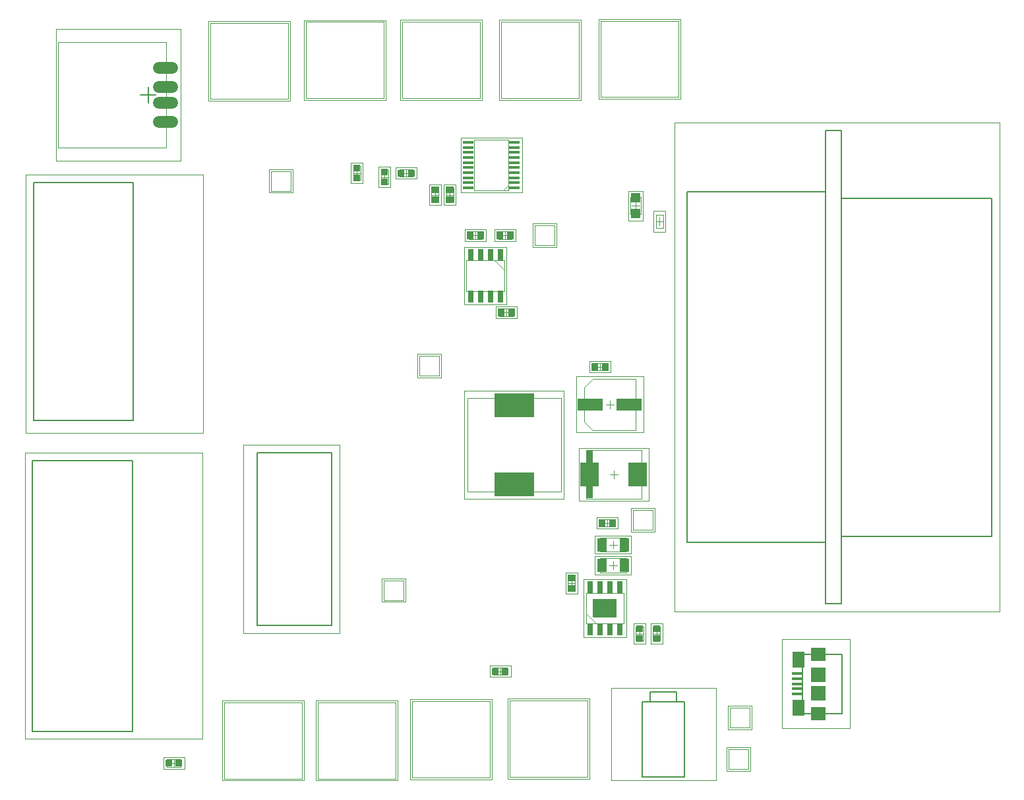
<source format=gtp>
G04*
G04 #@! TF.GenerationSoftware,Altium Limited,Altium Designer,21.0.9 (235)*
G04*
G04 Layer_Color=8421504*
%FSLAX25Y25*%
%MOIN*%
G70*
G04*
G04 #@! TF.SameCoordinates,FB9C7817-38CD-48DC-A3D4-53DF82CEFDAB*
G04*
G04*
G04 #@! TF.FilePolarity,Positive*
G04*
G01*
G75*
%ADD10C,0.00787*%
%ADD11C,0.00394*%
%ADD14R,0.03765X0.24488*%
%ADD15C,0.00197*%
%ADD16R,0.03347X0.03740*%
%ADD17R,0.04724X0.04724*%
%ADD18R,0.05315X0.01575*%
%ADD19R,0.06299X0.08268*%
%ADD20R,0.07480X0.07087*%
%ADD21R,0.07480X0.07480*%
%ADD22R,0.12598X0.06299*%
%ADD23R,0.03543X0.03937*%
%ADD24R,0.20079X0.12402*%
%ADD25O,0.12795X0.05906*%
%ADD26R,0.03740X0.03347*%
%ADD27R,0.03937X0.03543*%
%ADD28R,0.05118X0.07087*%
%ADD29R,0.12205X0.09449*%
%ADD30R,0.02559X0.06004*%
%ADD31R,0.02559X0.05906*%
%ADD32R,0.05807X0.01772*%
%ADD33R,0.09646X0.12402*%
D10*
X294807Y45937D02*
Y50937D01*
X308193D01*
Y45937D02*
Y50937D01*
X294807Y45937D02*
X308193D01*
X290870Y8142D02*
Y45937D01*
Y8142D02*
X312130D01*
Y45937D01*
X290870D02*
X312130D01*
X371826Y40115D02*
Y70036D01*
X391708D01*
Y40115D02*
Y70036D01*
X371826Y40115D02*
X391708D01*
X33516Y188193D02*
Y308665D01*
X-16878Y188193D02*
X33516D01*
X-16878D02*
Y308665D01*
X33516D01*
X313504Y126673D02*
Y303839D01*
X383583D01*
Y126673D02*
Y303839D01*
X313504Y126673D02*
X383583D01*
Y95571D02*
Y126673D01*
Y95571D02*
X391457D01*
Y334941D01*
X383583D02*
X391457D01*
X383583Y303839D02*
Y334941D01*
X391457Y129823D02*
X467441D01*
Y300689D01*
X391457D02*
X467441D01*
X96025Y172130D02*
X133820D01*
Y84728D02*
Y172130D01*
X96025Y84728D02*
X133820D01*
X96025D02*
Y172130D01*
X-17421Y168127D02*
X32972D01*
X-17421Y31119D02*
Y168127D01*
Y31119D02*
X32972D01*
Y168127D01*
X37063Y353000D02*
X44937D01*
X41000Y349063D02*
Y356937D01*
D11*
X57445Y13130D02*
Y16870D01*
X50555Y13130D02*
Y16870D01*
Y13130D02*
X57445D01*
X50555Y16870D02*
X57445D01*
X215555Y59630D02*
Y63370D01*
X222445Y59630D02*
Y63370D01*
X215555D02*
X222445D01*
X215555Y59630D02*
X222445D01*
X263165Y8004D02*
Y46587D01*
X223795D02*
X263165D01*
X223795Y8004D02*
Y46587D01*
Y8004D02*
X263165D01*
X213665Y7658D02*
Y46240D01*
X174295D02*
X213665D01*
X174295Y7658D02*
Y46240D01*
Y7658D02*
X213665D01*
X166130Y7158D02*
Y45740D01*
X126760D02*
X166130D01*
X126760Y7158D02*
Y45740D01*
Y7158D02*
X166130D01*
X118665D02*
Y45740D01*
X79295D02*
X118665D01*
X79295Y7158D02*
Y45740D01*
Y7158D02*
X118665D01*
X290158Y292669D02*
Y301331D01*
X284842Y292669D02*
Y301331D01*
X290158D01*
X284842Y292669D02*
X290158D01*
X236500Y277000D02*
Y287000D01*
X246500D01*
Y277000D02*
Y287000D01*
X236500Y277000D02*
X246500D01*
X286000Y133000D02*
Y143000D01*
X296000D01*
Y133000D02*
Y143000D01*
X286000Y133000D02*
X296000D01*
X178000Y211000D02*
Y221000D01*
X188000D01*
Y211000D02*
Y221000D01*
X178000Y211000D02*
X188000D01*
X334500Y12000D02*
Y22000D01*
X344500D01*
Y12000D02*
Y22000D01*
X334500Y12000D02*
X344500D01*
X103000Y304500D02*
Y314500D01*
X113000D01*
Y304500D02*
Y314500D01*
X103000Y304500D02*
X113000D01*
X160000Y97500D02*
Y107500D01*
X170000D01*
Y97500D02*
Y107500D01*
X160000Y97500D02*
X170000D01*
X335000Y33000D02*
Y43000D01*
X345000D01*
Y33000D02*
Y43000D01*
X335000Y33000D02*
X345000D01*
X72335Y350913D02*
Y389496D01*
Y350913D02*
X111705D01*
Y389496D01*
X72335D02*
X111705D01*
X120835Y351260D02*
Y389843D01*
Y351260D02*
X160205D01*
Y389843D01*
X120835D02*
X160205D01*
X169335Y351413D02*
Y389996D01*
Y351413D02*
X208705D01*
Y389996D01*
X169335D02*
X208705D01*
X219335Y351413D02*
Y389996D01*
Y351413D02*
X258705D01*
Y389996D01*
X219335D02*
X258705D01*
X269870Y351913D02*
Y390496D01*
Y351913D02*
X309240D01*
Y390496D01*
X269870D02*
X309240D01*
X261445Y205025D02*
X265776Y209355D01*
X287429D01*
Y183371D02*
Y209355D01*
X265776Y183371D02*
X287429D01*
X261445Y187702D02*
X265776Y183371D01*
X261445Y187702D02*
Y205025D01*
X266055Y217370D02*
X272945D01*
X266055Y213630D02*
X272945D01*
X266055D02*
Y217370D01*
X272945Y213630D02*
Y217370D01*
X202378Y152378D02*
X249622D01*
Y199622D01*
X202378D02*
X249622D01*
X202378Y152378D02*
Y199622D01*
X50055Y326425D02*
Y379575D01*
X-4669D02*
X50055D01*
X-4669Y326425D02*
X50055D01*
X-4669D02*
Y379575D01*
X287567Y77055D02*
Y83945D01*
X291307Y77055D02*
Y83945D01*
X287567Y77055D02*
X291307D01*
X287567Y83945D02*
X291307D01*
X299870Y77055D02*
Y83945D01*
X296130Y77055D02*
Y83945D01*
X299870D01*
X296130Y77055D02*
X299870D01*
X253130Y102555D02*
Y109445D01*
X256870Y102555D02*
Y109445D01*
X253130Y102555D02*
X256870D01*
X253130Y109445D02*
X256870D01*
X282693Y121957D02*
Y129043D01*
X269307Y121957D02*
Y129043D01*
Y121957D02*
X282693D01*
X269307Y129043D02*
X282693D01*
Y111457D02*
Y118543D01*
X269307Y111457D02*
Y118543D01*
Y111457D02*
X282693D01*
X269307Y118543D02*
X282693D01*
X262291Y90512D02*
X267291Y85512D01*
X262291D02*
X281583D01*
Y100866D01*
X262291D02*
X281583D01*
X262291Y85512D02*
Y100866D01*
X269555Y138370D02*
X276445D01*
X269555Y134630D02*
X276445D01*
X269555D02*
Y138370D01*
X276445Y134630D02*
Y138370D01*
X301370Y285555D02*
Y292445D01*
X297630Y285555D02*
Y292445D01*
Y285555D02*
X301370D01*
X297630Y292445D02*
X301370D01*
X218055Y283870D02*
X224945D01*
X218055Y280130D02*
X224945D01*
X218055D02*
Y283870D01*
X224945Y280130D02*
Y283870D01*
X195370Y299055D02*
Y305945D01*
X191630Y299055D02*
Y305945D01*
X195370D01*
X191630Y299055D02*
X195370D01*
X187870D02*
Y305945D01*
X184130Y299055D02*
Y305945D01*
X187870D01*
X184130Y299055D02*
X187870D01*
X168055Y311630D02*
X174945D01*
X168055Y315370D02*
X174945D01*
Y311630D02*
Y315370D01*
X168055Y311630D02*
Y315370D01*
X218555Y244870D02*
X225445D01*
X218555Y241130D02*
X225445D01*
X218555D02*
Y244870D01*
X225445Y241130D02*
Y244870D01*
X216146Y269177D02*
X221146Y264177D01*
X201854Y269177D02*
X221146D01*
X201854Y253823D02*
Y269177D01*
Y253823D02*
X221146D01*
Y269177D01*
X220602Y304705D02*
X223161Y307264D01*
Y304705D02*
Y330295D01*
X205839D02*
X223161D01*
X205839Y304705D02*
Y330295D01*
Y304705D02*
X223161D01*
X203055Y283870D02*
X209945D01*
X203055Y280130D02*
X209945D01*
X203055D02*
Y283870D01*
X209945Y280130D02*
Y283870D01*
X162370Y308055D02*
Y314945D01*
X158630Y308055D02*
Y314945D01*
X162370D01*
X158630Y308055D02*
X162370D01*
X148370Y310055D02*
Y316945D01*
X144630Y310055D02*
Y316945D01*
X148370D01*
X144630Y310055D02*
X148370D01*
X262366Y173244D02*
X290358D01*
X262366Y148756D02*
X290358D01*
X262366D02*
Y173244D01*
X290358Y148756D02*
Y173244D01*
X52130Y15000D02*
X55870D01*
X54000Y13130D02*
Y16870D01*
X217130Y61500D02*
X220870D01*
X219000Y59630D02*
Y63370D01*
X285531Y297000D02*
X289469D01*
X287500Y295031D02*
Y298969D01*
X275024Y6173D02*
Y52905D01*
Y6173D02*
X327976D01*
Y52905D01*
X275024D02*
X327976D01*
X361346Y32635D02*
Y77517D01*
X395645D01*
Y32635D02*
Y77517D01*
X361346Y32635D02*
X395645D01*
X68902Y181894D02*
Y312602D01*
X-20815Y181894D02*
X68902D01*
X-20815D02*
Y312602D01*
X68902D01*
X307205Y91634D02*
Y338878D01*
X471378D01*
Y91634D02*
Y338878D01*
X307205Y91634D02*
X471378D01*
X272468Y196363D02*
X276406D01*
X274437Y194395D02*
Y198332D01*
X269500Y213630D02*
Y217370D01*
X267630Y215500D02*
X271370D01*
X89135Y176067D02*
X137758D01*
X89135Y80791D02*
Y176067D01*
Y80791D02*
X137758D01*
Y176067D01*
X-21358Y172064D02*
X68358D01*
X-21358Y27182D02*
Y172064D01*
Y27182D02*
X68358D01*
Y172064D01*
X287567Y80500D02*
X291307D01*
X289437Y78630D02*
Y82370D01*
X296130Y80500D02*
X299870D01*
X298000Y78630D02*
Y82370D01*
X253130Y106000D02*
X256870D01*
X255000Y104130D02*
Y107870D01*
X274031Y125500D02*
X277969D01*
X276000Y123531D02*
Y127469D01*
X274031Y115000D02*
X277969D01*
X276000Y113031D02*
Y116969D01*
X273000Y134630D02*
Y138370D01*
X271130Y136500D02*
X274870D01*
X297630Y289000D02*
X301370D01*
X299500Y287130D02*
Y290870D01*
X221500Y280130D02*
Y283870D01*
X219630Y282000D02*
X223370D01*
X191630Y302500D02*
X195370D01*
X193500Y300630D02*
Y304370D01*
X184130Y302500D02*
X187870D01*
X186000Y300630D02*
Y304370D01*
X171500Y311630D02*
Y315370D01*
X169630Y313500D02*
X173370D01*
X222000Y241130D02*
Y244870D01*
X220130Y243000D02*
X223870D01*
X206500Y280130D02*
Y283870D01*
X204630Y282000D02*
X208370D01*
X158630Y311500D02*
X162370D01*
X160500Y309630D02*
Y313370D01*
X144630Y313500D02*
X148370D01*
X146500Y311630D02*
Y315370D01*
X276362Y159031D02*
Y162969D01*
X274394Y161000D02*
X278331D01*
D14*
X264249D02*
D03*
D15*
X59315Y12047D02*
Y17953D01*
X48685Y12047D02*
Y17953D01*
Y12047D02*
X59315D01*
X48685Y17953D02*
X59315D01*
X213685Y58547D02*
Y64453D01*
X224315Y58547D02*
Y64453D01*
X213685D02*
X224315D01*
X213685Y58547D02*
X224315D01*
X264150Y7020D02*
Y47571D01*
X222811D02*
X264150D01*
X222811Y7020D02*
Y47571D01*
Y7020D02*
X264150D01*
X214650Y6673D02*
Y47224D01*
X173311D02*
X214650D01*
X173311Y6673D02*
Y47224D01*
Y6673D02*
X214650D01*
X167114Y6173D02*
Y46724D01*
X125776D02*
X167114D01*
X125776Y6173D02*
Y46724D01*
Y6173D02*
X167114D01*
X119650D02*
Y46724D01*
X78311D02*
X119650D01*
X78311Y6173D02*
Y46724D01*
Y6173D02*
X119650D01*
X291240Y289500D02*
Y304500D01*
X283760Y289500D02*
Y304500D01*
X291240D01*
X283760Y289500D02*
X291240D01*
X235516Y276016D02*
Y287984D01*
X247484D01*
Y276016D02*
Y287984D01*
X235516Y276016D02*
X247484D01*
X285016Y132016D02*
Y143984D01*
X296984D01*
Y132016D02*
Y143984D01*
X285016Y132016D02*
X296984D01*
X177016Y210016D02*
Y221984D01*
X188984D01*
Y210016D02*
Y221984D01*
X177016Y210016D02*
X188984D01*
X333516Y11016D02*
Y22984D01*
X345484D01*
Y11016D02*
Y22984D01*
X333516Y11016D02*
X345484D01*
X102016Y303516D02*
Y315484D01*
X113984D01*
Y303516D02*
Y315484D01*
X102016Y303516D02*
X113984D01*
X159016Y96516D02*
Y108484D01*
X170984D01*
Y96516D02*
Y108484D01*
X159016Y96516D02*
X170984D01*
X334016Y32016D02*
Y43984D01*
X345984D01*
Y32016D02*
Y43984D01*
X334016Y32016D02*
X345984D01*
X71350Y349929D02*
Y390480D01*
Y349929D02*
X112689D01*
Y390480D01*
X71350D02*
X112689D01*
X119850Y350276D02*
Y390827D01*
Y350276D02*
X161189D01*
Y390827D01*
X119850D02*
X161189D01*
X168350Y350429D02*
Y390980D01*
Y350429D02*
X209689D01*
Y390980D01*
X168350D02*
X209689D01*
X218350Y350429D02*
Y390980D01*
Y350429D02*
X259689D01*
Y390980D01*
X218350D02*
X259689D01*
X268886Y350929D02*
Y391480D01*
Y350929D02*
X310224D01*
Y391480D01*
X268886D02*
X310224D01*
X257508Y182190D02*
Y210537D01*
X291366Y182190D02*
Y210537D01*
X257508D02*
X291366D01*
X257508Y182190D02*
X291366D01*
X264185Y218453D02*
X274815D01*
X264185Y212547D02*
X274815D01*
X264185D02*
Y218453D01*
X274815Y212547D02*
Y218453D01*
X200803Y148736D02*
X251197D01*
Y203264D01*
X200803D02*
X251197D01*
X200803Y148736D02*
Y203264D01*
X-5457Y319535D02*
Y386465D01*
X57535D02*
X57535Y319535D01*
X-5457D02*
X57535D01*
X-5457Y386465D02*
X57535D01*
X286484Y75185D02*
Y85815D01*
X292390Y75185D02*
Y85815D01*
X286484Y75185D02*
X292390D01*
X286484Y85815D02*
X292390D01*
X300953Y75185D02*
Y85815D01*
X295047Y75185D02*
Y85815D01*
X300953D01*
X295047Y75185D02*
X300953D01*
X252047Y100685D02*
Y111315D01*
X257953Y100685D02*
Y111315D01*
X252047Y100685D02*
X257953D01*
X252047Y111315D02*
X257953D01*
X285252Y120972D02*
Y130028D01*
X266748Y120972D02*
Y130028D01*
Y120972D02*
X285252D01*
X266748Y130028D02*
X285252D01*
Y110472D02*
Y119528D01*
X266748Y110472D02*
Y119528D01*
Y110472D02*
X285252D01*
X266748Y119528D02*
X285252D01*
X261110Y78524D02*
X282764D01*
Y107854D01*
X261110D02*
X282764D01*
X261110Y78524D02*
Y107854D01*
X267685Y139453D02*
X278315D01*
X267685Y133547D02*
X278315D01*
X267685D02*
Y139453D01*
X278315Y133547D02*
Y139453D01*
X302453Y283685D02*
Y294315D01*
X296547Y283685D02*
Y294315D01*
Y283685D02*
X302453D01*
X296547Y294315D02*
X302453D01*
X216185Y284953D02*
X226815D01*
X216185Y279047D02*
X226815D01*
X216185D02*
Y284953D01*
X226815Y279047D02*
Y284953D01*
X196453Y297185D02*
Y307815D01*
X190547Y297185D02*
Y307815D01*
X196453D01*
X190547Y297185D02*
X196453D01*
X188953D02*
Y307815D01*
X183047Y297185D02*
Y307815D01*
X188953D01*
X183047Y297185D02*
X188953D01*
X166185Y310547D02*
X176815D01*
X166185Y316453D02*
X176815D01*
Y310547D02*
Y316453D01*
X166185Y310547D02*
Y316453D01*
X216685Y245953D02*
X227315D01*
X216685Y240047D02*
X227315D01*
X216685D02*
Y245953D01*
X227315Y240047D02*
Y245953D01*
X200870Y276067D02*
X222130D01*
X200870Y246933D02*
Y276067D01*
Y246933D02*
X222130D01*
Y276067D01*
X229953Y303524D02*
Y331476D01*
X199047D02*
X229953D01*
X199047Y303524D02*
Y331476D01*
Y303524D02*
X229953D01*
X201185Y284953D02*
X211815D01*
X201185Y279047D02*
X211815D01*
X201185D02*
Y284953D01*
X211815Y279047D02*
Y284953D01*
X163453Y306185D02*
Y316815D01*
X157547Y306185D02*
Y316815D01*
X163453D01*
X157547Y306185D02*
X163453D01*
X149453Y308185D02*
Y318815D01*
X143547Y308185D02*
Y318815D01*
X149453D01*
X143547Y308185D02*
X149453D01*
X258646Y174386D02*
X294079D01*
X258646Y147614D02*
X294079D01*
X258646D02*
Y174386D01*
X294079Y147614D02*
Y174386D01*
D16*
X56559Y15000D02*
D03*
X51441D02*
D03*
X216441Y61500D02*
D03*
X221559D02*
D03*
X174059Y313500D02*
D03*
X168941D02*
D03*
D17*
X287500Y301134D02*
D03*
Y292866D02*
D03*
D18*
X369172Y49957D02*
D03*
Y52517D02*
D03*
Y55076D02*
D03*
Y57635D02*
D03*
Y60194D02*
D03*
D19*
X369665Y42871D02*
D03*
Y67280D02*
D03*
D20*
X379700Y40115D02*
D03*
Y70036D02*
D03*
D21*
Y50351D02*
D03*
Y59800D02*
D03*
D22*
X264595Y196363D02*
D03*
X284279D02*
D03*
D23*
X266843Y215500D02*
D03*
X272158D02*
D03*
X270342Y136500D02*
D03*
X275658D02*
D03*
X218843Y282000D02*
D03*
X224158D02*
D03*
X219342Y243000D02*
D03*
X224658D02*
D03*
X203842Y282000D02*
D03*
X209157D02*
D03*
D24*
X226000Y196079D02*
D03*
Y155921D02*
D03*
D25*
X49937Y356937D02*
D03*
Y349063D02*
D03*
Y366779D02*
D03*
Y339220D02*
D03*
D26*
X289437Y77941D02*
D03*
Y83059D02*
D03*
X298000Y83059D02*
D03*
Y77941D02*
D03*
X160500Y314059D02*
D03*
Y308941D02*
D03*
X146500Y316059D02*
D03*
Y310941D02*
D03*
D27*
X255000Y103342D02*
D03*
Y108658D02*
D03*
X193500Y305157D02*
D03*
Y299843D02*
D03*
X186000Y305157D02*
D03*
Y299843D02*
D03*
D28*
X281709Y125500D02*
D03*
X270291D02*
D03*
X281709Y115000D02*
D03*
X270291D02*
D03*
D29*
X271937Y93189D02*
D03*
D30*
X264437Y103866D02*
D03*
X269437D02*
D03*
X274437D02*
D03*
X279437D02*
D03*
Y82512D02*
D03*
X274437D02*
D03*
X269437D02*
D03*
X264437D02*
D03*
D31*
X219000Y250870D02*
D03*
X214000D02*
D03*
X209000D02*
D03*
X204000D02*
D03*
Y272130D02*
D03*
X209000D02*
D03*
X214000D02*
D03*
X219000D02*
D03*
D32*
X202933Y305984D02*
D03*
Y308543D02*
D03*
Y311102D02*
D03*
Y313661D02*
D03*
Y316220D02*
D03*
Y318779D02*
D03*
Y321339D02*
D03*
Y323898D02*
D03*
Y326457D02*
D03*
Y329016D02*
D03*
X226067D02*
D03*
Y326457D02*
D03*
Y323898D02*
D03*
Y321339D02*
D03*
Y318779D02*
D03*
Y316220D02*
D03*
Y313661D02*
D03*
Y311102D02*
D03*
Y308543D02*
D03*
Y305984D02*
D03*
D33*
X264158Y161000D02*
D03*
X288567D02*
D03*
M02*

</source>
